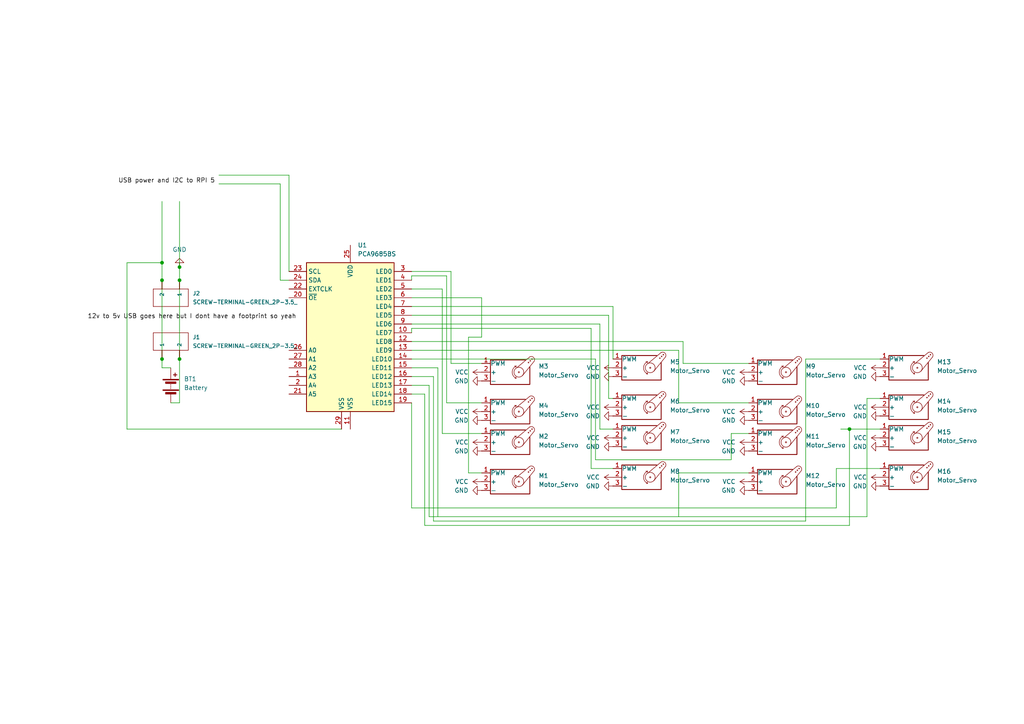
<source format=kicad_sch>
(kicad_sch (version 20250114) (generator "eeschema") (generator_version "9.0")
  (paper "A4")
  (lib_symbols
    (symbol "Device:Battery" (pin_numbers (hide yes)) (pin_names (offset 0) (hide yes))
      (property "Reference" "BT" (at 2.54 2.54 0))
      (property "Value" "Battery" (at 2.54 0 0))
      (symbol "Battery_0_1"
        (rectangle (start -2.286 1.778) (end 2.286 1.524) (fill (type outline)))
        (rectangle (start -2.286 -1.27) (end 2.286 -1.524) (fill (type outline)))
        (rectangle (start -1.524 1.016) (end 1.524 0.508) (fill (type outline)))
        (rectangle (start -1.524 -2.032) (end 1.524 -2.54) (fill (type outline)))
        (polyline (pts (xy 0 1.778) (xy 0 2.54)))
        (polyline (pts (xy 0 0) (xy 0 0.254)))
        (polyline (pts (xy 0 -0.508) (xy 0 -0.254)))
        (polyline (pts (xy 0 -1.016) (xy 0 -0.762)))
        (polyline (pts (xy 0.762 3.048) (xy 1.778 3.048)) (stroke (width 0.254)))
        (polyline (pts (xy 1.27 3.556) (xy 1.27 2.54)) (stroke (width 0.254)))
      )
      (symbol "Battery_1_1"
        (pin passive line (at 0 5.08 270) (length 2.54) (name "+") (number "1"))
        (pin passive line (at 0 -5.08 90) (length 2.54) (name "-") (number "2"))
      )
    )
    (symbol "Driver_LED:PCA9685BS"
      (property "Reference" "U" (at -12.7 22.225 0))
      (property "Value" "PCA9685BS" (at 1.27 22.225 0))
      (symbol "PCA9685BS_0_1"
        (rectangle (start -12.7 20.32) (end 12.7 -22.86) (stroke (width 0.254)) (fill (type background)))
      )
      (symbol "PCA9685BS_1_1"
        (pin input line (at -17.78 17.78 0) (length 5.08) (name "SCL") (number "23"))
        (pin bidirectional line (at -17.78 15.24 0) (length 5.08) (name "SDA") (number "24"))
        (pin input line (at -17.78 12.7 0) (length 5.08) (name "EXTCLK") (number "22"))
        (pin input line (at -17.78 10.16 0) (length 5.08) (name "~{OE}") (number "20"))
        (pin input line (at -17.78 -5.08 0) (length 5.08) (name "A0") (number "26"))
        (pin input line (at -17.78 -7.62 0) (length 5.08) (name "A1") (number "27"))
        (pin input line (at -17.78 -10.16 0) (length 5.08) (name "A2") (number "28"))
        (pin input line (at -17.78 -12.7 0) (length 5.08) (name "A3") (number "1"))
        (pin input line (at -17.78 -15.24 0) (length 5.08) (name "A4") (number "2"))
        (pin input line (at -17.78 -17.78 0) (length 5.08) (name "A5") (number "21"))
        (pin power_in line (at -2.54 -27.94 90) (length 5.08) (name "VSS") (number "29"))
        (pin power_in line (at 0 25.4 270) (length 5.08) (name "VDD") (number "25"))
        (pin power_in line (at 0 -27.94 90) (length 5.08) (name "VSS") (number "11"))
        (pin output line (at 17.78 17.78 180) (length 5.08) (name "LED0") (number "3"))
        (pin output line (at 17.78 15.24 180) (length 5.08) (name "LED1") (number "4"))
        (pin output line (at 17.78 12.7 180) (length 5.08) (name "LED2") (number "5"))
        (pin output line (at 17.78 10.16 180) (length 5.08) (name "LED3") (number "6"))
        (pin output line (at 17.78 7.62 180) (length 5.08) (name "LED4") (number "7"))
        (pin output line (at 17.78 5.08 180) (length 5.08) (name "LED5") (number "8"))
        (pin output line (at 17.78 2.54 180) (length 5.08) (name "LED6") (number "9"))
        (pin output line (at 17.78 0 180) (length 5.08) (name "LED7") (number "10"))
        (pin output line (at 17.78 -2.54 180) (length 5.08) (name "LED8") (number "12"))
        (pin output line (at 17.78 -5.08 180) (length 5.08) (name "LED9") (number "13"))
        (pin output line (at 17.78 -7.62 180) (length 5.08) (name "LED10") (number "14"))
        (pin output line (at 17.78 -10.16 180) (length 5.08) (name "LED11") (number "15"))
        (pin output line (at 17.78 -12.7 180) (length 5.08) (name "LED12") (number "16"))
        (pin output line (at 17.78 -15.24 180) (length 5.08) (name "LED13") (number "17"))
        (pin output line (at 17.78 -17.78 180) (length 5.08) (name "LED14") (number "18"))
        (pin output line (at 17.78 -20.32 180) (length 5.08) (name "LED15") (number "19"))
      )
    )
    (symbol "Motor:Motor_Servo" (pin_names (offset 0.0254))
      (property "Reference" "M" (at -5.08 4.445 0))
      (property "Value" "Motor_Servo" (at -5.08 -4.064 0))
      (symbol "Motor_Servo_0_1"
        (polyline (pts (xy 2.413 1.778) (xy 1.905 1.778)))
        (polyline (pts (xy 2.413 1.778) (xy 2.286 1.397)))
        (polyline (pts (xy 2.413 -1.778) (xy 2.032 -1.778)))
        (polyline (pts (xy 2.413 -1.778) (xy 2.286 -1.397)))
        (arc (start 2.413 -1.778) (mid 1.2406 0) (end 2.413 1.778))
        (circle (center 3.175 0) (radius 0.1778))
        (circle (center 3.175 0) (radius 1.4224))
        (polyline (pts (xy 5.08 3.556) (xy -5.08 3.556) (xy -5.08 -3.556) (xy 6.35 -3.556) (xy 6.35 1.524)) (stroke (width 0.254)))
        (circle (center 5.969 2.794) (radius 0.127))
        (polyline (pts (xy 6.35 4.445) (xy 2.54 1.27)))
        (circle (center 6.477 3.302) (radius 0.127))
        (arc (start 6.35 4.445) (mid 7.4487 4.2737) (end 7.62 3.175))
        (circle (center 6.985 3.81) (radius 0.127))
        (polyline (pts (xy 7.62 3.175) (xy 4.191 -1.016)))
      )
      (symbol "Motor_Servo_1_1"
        (pin passive line (at -7.62 2.54 0) (length 2.54) (name "PWM") (number "1"))
        (pin passive line (at -7.62 0 0) (length 2.54) (name "+") (number "2"))
        (pin passive line (at -7.62 -2.54 0) (length 2.54) (name "-") (number "3"))
      )
    )
    (symbol "OPL_Connector:SCREW-TERMINAL-GREEN_2P-3.5_" (pin_numbers (hide yes)) (pin_names (offset 1.016))
      (property "Reference" "J" (at -6.35 6.35 0))
      (property "Value" "SCREW-TERMINAL-GREEN_2P-3.5_" (at 0 6.35 0))
      (symbol "SCREW-TERMINAL-GREEN_2P-3.5__1_0"
        (polyline (pts (xy -2.54 5.08) (xy -2.54 -5.08)))
        (polyline (pts (xy -2.54 -5.08) (xy 2.54 -5.08)))
        (polyline (pts (xy 2.54 5.08) (xy -2.54 5.08)))
        (polyline (pts (xy 2.54 -5.08) (xy 2.54 5.08)))
      )
      (symbol "SCREW-TERMINAL-GREEN_2P-3.5__1_1"
        (pin bidirectional line (at -5.08 2.54 0) (length 2.54) (name "1") (number "1"))
        (pin bidirectional line (at -5.08 -2.54 0) (length 2.54) (name "2") (number "2"))
      )
    )
    (symbol "power:GND" (power) (pin_numbers (hide yes)) (pin_names (offset 0) (hide yes))
      (property "Value" "GND" (at 0 -3.81 0))
      (symbol "GND_0_1"
        (polyline (pts (xy 0 0) (xy 0 -1.27) (xy 1.27 -1.27) (xy 0 -2.54) (xy -1.27 -1.27) (xy 0 -1.27)))
      )
      (symbol "GND_1_1"
        (pin power_in line (at 0 0 270) (length 0) (name "~") (number "1"))
      )
    )
    (symbol "power:VCC" (power) (pin_numbers (hide yes)) (pin_names (offset 0) (hide yes))
      (property "Value" "VCC" (at 0 3.556 0))
      (symbol "VCC_0_1"
        (polyline (pts (xy -0.762 1.27) (xy 0 2.54)))
        (polyline (pts (xy 0 2.54) (xy 0.762 1.27)))
        (polyline (pts (xy 0 0) (xy 0 2.54)))
      )
      (symbol "VCC_1_1"
        (pin power_in line (at 0 0 90) (length 0) (name "~") (number "1"))
      )
    )
  )
  (junction (at 46.99 81.28))
  (junction (at 52.07 81.28))
  (junction (at 46.99 104.14))
  (junction (at 46.99 76.2))
  (junction (at 52.07 77.47))
  (junction (at 52.07 104.14))
  (junction (at 246.38 124.46))
  (wire (pts (xy 130.81 105.41) (xy 130.81 78.74)))
  (wire (pts (xy 49.53 116.84) (xy 52.07 116.84)))
  (wire (pts (xy 217.17 137.16) (xy 196.85 137.16)))
  (wire (pts (xy 81.28 81.28) (xy 81.28 53.34)))
  (wire (pts (xy 135.89 97.79) (xy 139.7 97.79)))
  (wire (pts (xy 255.27 135.89) (xy 242.57 135.89)))
  (wire (pts (xy 198.12 105.41) (xy 198.12 99.06)))
  (wire (pts (xy 139.7 97.79) (xy 139.7 86.36)))
  (wire (pts (xy 251.46 149.86) (xy 251.46 115.57)))
  (wire (pts (xy 251.46 115.57) (xy 255.27 115.57)))
  (wire (pts (xy 176.53 115.57) (xy 176.53 91.44)))
  (wire (pts (xy 52.07 81.28) (xy 52.07 104.14)))
  (wire (pts (xy 46.99 81.28) (xy 46.99 104.14)))
  (wire (pts (xy 173.99 124.46) (xy 177.8 124.46)))
  (wire (pts (xy 196.85 137.16) (xy 196.85 149.86)))
  (wire (pts (xy 129.54 116.84) (xy 129.54 80.01)))
  (wire (pts (xy 139.7 105.41) (xy 130.81 105.41)))
  (wire (pts (xy 83.82 78.74) (xy 83.82 50.8)))
  (wire (pts (xy 246.38 124.46) (xy 255.27 124.46)))
  (wire (pts (xy 119.38 80.01) (xy 119.38 81.28)))
  (wire (pts (xy 246.38 124.46) (xy 246.38 152.4)))
  (wire (pts (xy 233.68 151.13) (xy 125.73 151.13)))
  (wire (pts (xy 177.8 88.9) (xy 119.38 88.9)))
  (wire (pts (xy 129.54 80.01) (xy 119.38 80.01)))
  (wire (pts (xy 119.38 111.76) (xy 124.46 111.76)))
  (wire (pts (xy 196.85 101.6) (xy 119.38 101.6)))
  (wire (pts (xy 52.07 104.14) (xy 52.07 116.84)))
  (wire (pts (xy 177.8 135.89) (xy 171.45 135.89)))
  (wire (pts (xy 36.83 76.2) (xy 36.83 124.46)))
  (wire (pts (xy 52.07 58.42) (xy 52.07 77.47)))
  (wire (pts (xy 196.85 116.84) (xy 196.85 101.6)))
  (wire (pts (xy 173.99 93.98) (xy 173.99 124.46)))
  (wire (pts (xy 46.99 58.42) (xy 46.99 76.2)))
  (wire (pts (xy 212.09 133.35) (xy 212.09 125.73)))
  (wire (pts (xy 124.46 111.76) (xy 124.46 149.86)))
  (wire (pts (xy 242.57 135.89) (xy 242.57 147.32)))
  (wire (pts (xy 49.53 106.68) (xy 46.99 106.68)))
  (wire (pts (xy 139.7 116.84) (xy 129.54 116.84)))
  (wire (pts (xy 139.7 86.36) (xy 119.38 86.36)))
  (wire (pts (xy 123.19 152.4) (xy 123.19 114.3)))
  (wire (pts (xy 171.45 135.89) (xy 171.45 95.25)))
  (wire (pts (xy 139.7 125.73) (xy 128.27 125.73)))
  (wire (pts (xy 124.46 149.86) (xy 251.46 149.86)))
  (wire (pts (xy 128.27 83.82) (xy 119.38 83.82)))
  (wire (pts (xy 176.53 91.44) (xy 119.38 91.44)))
  (wire (pts (xy 119.38 95.25) (xy 119.38 96.52)))
  (wire (pts (xy 135.89 137.16) (xy 135.89 97.79)))
  (wire (pts (xy 212.09 125.73) (xy 217.17 125.73)))
  (wire (pts (xy 83.82 81.28) (xy 81.28 81.28)))
  (wire (pts (xy 172.72 133.35) (xy 212.09 133.35)))
  (wire (pts (xy 63.5 53.34) (xy 81.28 53.34)))
  (wire (pts (xy 127 149.86) (xy 127 106.68)))
  (wire (pts (xy 246.38 152.4) (xy 123.19 152.4)))
  (wire (pts (xy 217.17 105.41) (xy 198.12 105.41)))
  (wire (pts (xy 177.8 115.57) (xy 176.53 115.57)))
  (wire (pts (xy 36.83 124.46) (xy 99.06 124.46)))
  (wire (pts (xy 46.99 76.2) (xy 46.99 81.28)))
  (wire (pts (xy 63.5 50.8) (xy 83.82 50.8)))
  (wire (pts (xy 119.38 104.14) (xy 172.72 104.14)))
  (wire (pts (xy 119.38 99.06) (xy 198.12 99.06)))
  (wire (pts (xy 119.38 109.22) (xy 125.73 109.22)))
  (wire (pts (xy 46.99 76.2) (xy 36.83 76.2)))
  (wire (pts (xy 255.27 104.14) (xy 233.68 104.14)))
  (wire (pts (xy 217.17 116.84) (xy 196.85 116.84)))
  (wire (pts (xy 233.68 104.14) (xy 233.68 151.13)))
  (wire (pts (xy 171.45 95.25) (xy 119.38 95.25)))
  (wire (pts (xy 177.8 104.14) (xy 177.8 88.9)))
  (wire (pts (xy 127 106.68) (xy 119.38 106.68)))
  (wire (pts (xy 46.99 104.14) (xy 46.99 106.68)))
  (wire (pts (xy 123.19 114.3) (xy 119.38 114.3)))
  (wire (pts (xy 125.73 151.13) (xy 125.73 109.22)))
  (wire (pts (xy 128.27 125.73) (xy 128.27 83.82)))
  (wire (pts (xy 130.81 78.74) (xy 119.38 78.74)))
  (wire (pts (xy 172.72 104.14) (xy 172.72 133.35)))
  (wire (pts (xy 119.38 147.32) (xy 119.38 116.84)))
  (wire (pts (xy 52.07 77.47) (xy 52.07 81.28)))
  (wire (pts (xy 243.84 124.46) (xy 246.38 124.46)))
  (wire (pts (xy 242.57 147.32) (xy 119.38 147.32)))
  (wire (pts (xy 119.38 93.98) (xy 173.99 93.98)))
  (wire (pts (xy 139.7 137.16) (xy 135.89 137.16)))
  (label "12v to 5v USB goes here but I dont have a footprint so yeah" (at 25.4 92.71 0))
  (label "USB power and I2C to RPI 5 " (at 34.29 53.34 0))
  (symbol (lib_id "power:VCC") (at 177.8 118.11 90) (unit 1)
    (property "Reference" "#PWR011" (effects (hide yes)))
    (property "Value" "VCC" (at 173.99 118.1099 90) (effects (justify left)))
    (property "Description" "Power symbol creates a global label with name \"VCC\"" (effects (hide yes)))
  )
  (symbol (lib_id "Motor:Motor_Servo") (at 147.32 128.27 0) (unit 1)
    (property "Reference" "M2" (at 156.21 126.5668 0) (effects (justify left)))
    (property "Value" "Motor_Servo" (at 156.21 129.1068 0) (effects (justify left)))
    (property "Datasheet" "http://forums.parallax.com/uploads/attachments/46831/74481.png" (effects (hide yes)))
    (property "Description" "Servo Motor (Futaba, HiTec, JR connector)" (effects (hide yes)))
  )
  (symbol (lib_id "power:VCC") (at 177.8 106.68 90) (unit 1)
    (property "Reference" "#PWR09" (effects (hide yes)))
    (property "Value" "VCC" (at 173.99 106.6799 90) (effects (justify left)))
    (property "Description" "Power symbol creates a global label with name \"VCC\"" (effects (hide yes)))
  )
  (symbol (lib_id "power:VCC") (at 217.17 139.7 90) (unit 1)
    (property "Reference" "#PWR023" (effects (hide yes)))
    (property "Value" "VCC" (at 213.36 139.6999 90) (effects (justify left)))
    (property "Description" "Power symbol creates a global label with name \"VCC\"" (effects (hide yes)))
  )
  (symbol (lib_id "Motor:Motor_Servo") (at 224.79 139.7 0) (unit 1)
    (property "Reference" "M12" (at 233.68 137.9968 0) (effects (justify left)))
    (property "Value" "Motor_Servo" (at 233.68 140.5368 0) (effects (justify left)))
    (property "Datasheet" "http://forums.parallax.com/uploads/attachments/46831/74481.png" (effects (hide yes)))
    (property "Description" "Servo Motor (Futaba, HiTec, JR connector)" (effects (hide yes)))
  )
  (symbol (lib_id "Motor:Motor_Servo") (at 185.42 106.68 0) (unit 1)
    (property "Reference" "M5" (at 194.31 104.9768 0) (effects (justify left)))
    (property "Value" "Motor_Servo" (at 194.31 107.5168 0) (effects (justify left)))
    (property "Datasheet" "http://forums.parallax.com/uploads/attachments/46831/74481.png" (effects (hide yes)))
    (property "Description" "Servo Motor (Futaba, HiTec, JR connector)" (effects (hide yes)))
  )
  (symbol (lib_id "Motor:Motor_Servo") (at 147.32 119.38 0) (unit 1)
    (property "Reference" "M4" (at 156.21 117.6768 0) (effects (justify left)))
    (property "Value" "Motor_Servo" (at 156.21 120.2168 0) (effects (justify left)))
    (property "Datasheet" "http://forums.parallax.com/uploads/attachments/46831/74481.png" (effects (hide yes)))
    (property "Description" "Servo Motor (Futaba, HiTec, JR connector)" (effects (hide yes)))
  )
  (symbol (lib_id "Motor:Motor_Servo") (at 185.42 138.43 0) (unit 1)
    (property "Reference" "M8" (at 194.31 136.7268 0) (effects (justify left)))
    (property "Value" "Motor_Servo" (at 194.31 139.2668 0) (effects (justify left)))
    (property "Datasheet" "http://forums.parallax.com/uploads/attachments/46831/74481.png" (effects (hide yes)))
    (property "Description" "Servo Motor (Futaba, HiTec, JR connector)" (effects (hide yes)))
  )
  (symbol (lib_id "Motor:Motor_Servo") (at 262.89 138.43 0) (unit 1)
    (property "Reference" "M16" (at 271.78 136.7268 0) (effects (justify left)))
    (property "Value" "Motor_Servo" (at 271.78 139.2668 0) (effects (justify left)))
    (property "Datasheet" "http://forums.parallax.com/uploads/attachments/46831/74481.png" (effects (hide yes)))
    (property "Description" "Servo Motor (Futaba, HiTec, JR connector)" (effects (hide yes)))
  )
  (symbol (lib_id "power:VCC") (at 139.7 119.38 90) (unit 1)
    (property "Reference" "#PWR07" (effects (hide yes)))
    (property "Value" "VCC" (at 135.89 119.3799 90) (effects (justify left)))
    (property "Description" "Power symbol creates a global label with name \"VCC\"" (effects (hide yes)))
  )
  (symbol (lib_id "Motor:Motor_Servo") (at 262.89 106.68 0) (unit 1)
    (property "Reference" "M13" (at 271.78 104.9768 0) (effects (justify left)))
    (property "Value" "Motor_Servo" (at 271.78 107.5168 0) (effects (justify left)))
    (property "Datasheet" "http://forums.parallax.com/uploads/attachments/46831/74481.png" (effects (hide yes)))
    (property "Description" "Servo Motor (Futaba, HiTec, JR connector)" (effects (hide yes)))
  )
  (symbol (lib_id "power:VCC") (at 217.17 128.27 90) (unit 1)
    (property "Reference" "#PWR021" (effects (hide yes)))
    (property "Value" "VCC" (at 213.36 128.2699 90) (effects (justify left)))
    (property "Description" "Power symbol creates a global label with name \"VCC\"" (effects (hide yes)))
  )
  (symbol (lib_id "Motor:Motor_Servo") (at 147.32 107.95 0) (unit 1)
    (property "Reference" "M3" (at 156.21 106.2468 0) (effects (justify left)))
    (property "Value" "Motor_Servo" (at 156.21 108.7868 0) (effects (justify left)))
    (property "Datasheet" "http://forums.parallax.com/uploads/attachments/46831/74481.png" (effects (hide yes)))
    (property "Description" "Servo Motor (Futaba, HiTec, JR connector)" (effects (hide yes)))
  )
  (symbol (lib_id "power:VCC") (at 177.8 127 90) (unit 1)
    (property "Reference" "#PWR013" (effects (hide yes)))
    (property "Value" "VCC" (at 173.99 126.9999 90) (effects (justify left)))
    (property "Description" "Power symbol creates a global label with name \"VCC\"" (effects (hide yes)))
  )
  (symbol (lib_id "power:GND") (at 217.17 121.92 270) (unit 1)
    (property "Reference" "#PWR020" (effects (hide yes)))
    (property "Value" "GND" (at 213.36 121.9199 90) (effects (justify right)))
    (property "Description" "Power symbol creates a global label with name \"GND\" , ground" (effects (hide yes)))
  )
  (symbol (lib_id "power:GND") (at 52.07 77.47 180) (unit 1)
    (property "Reference" "#PWR033" (effects (hide yes)))
    (property "Value" "GND" (at 52.07 72.39 0))
    (property "Description" "Power symbol creates a global label with name \"GND\" , ground" (effects (hide yes)))
  )
  (symbol (lib_id "power:VCC") (at 255.27 118.11 90) (unit 1)
    (property "Reference" "#PWR027" (effects (hide yes)))
    (property "Value" "VCC" (at 251.46 118.1099 90) (effects (justify left)))
    (property "Description" "Power symbol creates a global label with name \"VCC\"" (effects (hide yes)))
  )
  (symbol (lib_id "Motor:Motor_Servo") (at 224.79 119.38 0) (unit 1)
    (property "Reference" "M10" (at 233.68 117.6768 0) (effects (justify left)))
    (property "Value" "Motor_Servo" (at 233.68 120.2168 0) (effects (justify left)))
    (property "Datasheet" "http://forums.parallax.com/uploads/attachments/46831/74481.png" (effects (hide yes)))
    (property "Description" "Servo Motor (Futaba, HiTec, JR connector)" (effects (hide yes)))
  )
  (symbol (lib_id "power:VCC") (at 177.8 138.43 90) (unit 1)
    (property "Reference" "#PWR015" (effects (hide yes)))
    (property "Value" "VCC" (at 173.99 138.4299 90) (effects (justify left)))
    (property "Description" "Power symbol creates a global label with name \"VCC\"" (effects (hide yes)))
  )
  (symbol (lib_id "Motor:Motor_Servo") (at 262.89 127 0) (unit 1)
    (property "Reference" "M15" (at 271.78 125.2968 0) (effects (justify left)))
    (property "Value" "Motor_Servo" (at 271.78 127.8368 0) (effects (justify left)))
    (property "Datasheet" "http://forums.parallax.com/uploads/attachments/46831/74481.png" (effects (hide yes)))
    (property "Description" "Servo Motor (Futaba, HiTec, JR connector)" (effects (hide yes)))
  )
  (symbol (lib_id "OPL_Connector:SCREW-TERMINAL-GREEN_2P-3.5_") (at 49.53 86.36 270) (unit 1)
    (property "Reference" "J2" (at 55.88 85.09 90) (effects (font (size 1.143 1.143)) (justify left)))
    (property "Value" "SCREW-TERMINAL-GREEN_2P-3.5_" (at 55.88 87.63 90) (effects (font (size 1.143 1.143)) (justify left)))
    (property "SKU" "320110028" (effects (hide yes)))
  )
  (symbol (lib_id "power:VCC") (at 255.27 127 90) (unit 1)
    (property "Reference" "#PWR029" (effects (hide yes)))
    (property "Value" "VCC" (at 251.46 126.9999 90) (effects (justify left)))
    (property "Description" "Power symbol creates a global label with name \"VCC\"" (effects (hide yes)))
  )
  (symbol (lib_id "power:GND") (at 255.27 120.65 270) (unit 1)
    (property "Reference" "#PWR028" (effects (hide yes)))
    (property "Value" "GND" (at 251.46 120.6499 90) (effects (justify right)))
    (property "Description" "Power symbol creates a global label with name \"GND\" , ground" (effects (hide yes)))
  )
  (symbol (lib_id "power:GND") (at 217.17 130.81 270) (unit 1)
    (property "Reference" "#PWR022" (effects (hide yes)))
    (property "Value" "GND" (at 213.36 130.8099 90) (effects (justify right)))
    (property "Description" "Power symbol creates a global label with name \"GND\" , ground" (effects (hide yes)))
  )
  (symbol (lib_id "Motor:Motor_Servo") (at 185.42 127 0) (unit 1)
    (property "Reference" "M7" (at 194.31 125.2968 0) (effects (justify left)))
    (property "Value" "Motor_Servo" (at 194.31 127.8368 0) (effects (justify left)))
    (property "Datasheet" "http://forums.parallax.com/uploads/attachments/46831/74481.png" (effects (hide yes)))
    (property "Description" "Servo Motor (Futaba, HiTec, JR connector)" (effects (hide yes)))
  )
  (symbol (lib_id "power:VCC") (at 139.7 107.95 90) (unit 1)
    (property "Reference" "#PWR05" (effects (hide yes)))
    (property "Value" "VCC" (at 135.89 107.9499 90) (effects (justify left)))
    (property "Description" "Power symbol creates a global label with name \"VCC\"" (effects (hide yes)))
  )
  (symbol (lib_id "power:GND") (at 255.27 129.54 270) (unit 1)
    (property "Reference" "#PWR030" (effects (hide yes)))
    (property "Value" "GND" (at 251.46 129.5399 90) (effects (justify right)))
    (property "Description" "Power symbol creates a global label with name \"GND\" , ground" (effects (hide yes)))
  )
  (symbol (lib_id "power:GND") (at 139.7 110.49 270) (unit 1)
    (property "Reference" "#PWR06" (effects (hide yes)))
    (property "Value" "GND" (at 135.89 110.4899 90) (effects (justify right)))
    (property "Description" "Power symbol creates a global label with name \"GND\" , ground" (effects (hide yes)))
  )
  (symbol (lib_id "power:VCC") (at 139.7 128.27 90) (unit 1)
    (property "Reference" "#PWR03" (effects (hide yes)))
    (property "Value" "VCC" (at 135.89 128.2699 90) (effects (justify left)))
    (property "Description" "Power symbol creates a global label with name \"VCC\"" (effects (hide yes)))
  )
  (symbol (lib_id "Motor:Motor_Servo") (at 224.79 128.27 0) (unit 1)
    (property "Reference" "M11" (at 233.68 126.5668 0) (effects (justify left)))
    (property "Value" "Motor_Servo" (at 233.68 129.1068 0) (effects (justify left)))
    (property "Datasheet" "http://forums.parallax.com/uploads/attachments/46831/74481.png" (effects (hide yes)))
    (property "Description" "Servo Motor (Futaba, HiTec, JR connector)" (effects (hide yes)))
  )
  (symbol (lib_id "power:VCC") (at 255.27 138.43 90) (unit 1)
    (property "Reference" "#PWR031" (effects (hide yes)))
    (property "Value" "VCC" (at 251.46 138.4299 90) (effects (justify left)))
    (property "Description" "Power symbol creates a global label with name \"VCC\"" (effects (hide yes)))
  )
  (symbol (lib_id "Driver_LED:PCA9685BS") (at 101.6 96.52 0) (unit 1)
    (property "Reference" "U1" (at 103.7433 71.12 0) (effects (justify left)))
    (property "Value" "PCA9685BS" (at 103.7433 73.66 0) (effects (justify left)))
    (property "Footprint" "Package_DFN_QFN:QFN-28-1EP_6x6mm_P0.65mm_EP4.25x4.25mm" (effects (hide yes)))
    (property "Datasheet" "http://www.nxp.com/docs/en/data-sheet/PCA9685.pdf" (effects (hide yes)))
    (property "Description" "16-channel 12-bit PWM Fm+ I2C-bus LED controller RGBA QFN" (effects (hide yes)))
  )
  (symbol (lib_id "power:GND") (at 217.17 142.24 270) (unit 1)
    (property "Reference" "#PWR024" (effects (hide yes)))
    (property "Value" "GND" (at 213.36 142.2399 90) (effects (justify right)))
    (property "Description" "Power symbol creates a global label with name \"GND\" , ground" (effects (hide yes)))
  )
  (symbol (lib_id "power:GND") (at 217.17 110.49 270) (unit 1)
    (property "Reference" "#PWR018" (effects (hide yes)))
    (property "Value" "GND" (at 213.36 110.4899 90) (effects (justify right)))
    (property "Description" "Power symbol creates a global label with name \"GND\" , ground" (effects (hide yes)))
  )
  (symbol (lib_id "Device:Battery") (at 49.53 111.76 0) (unit 1)
    (property "Reference" "BT1" (at 53.34 109.9184 0) (effects (justify left)))
    (property "Value" "Battery" (at 53.34 112.4584 0) (effects (justify left)))
    (property "Description" "Multiple-cell battery" (effects (hide yes)))
  )
  (symbol (lib_id "power:GND") (at 177.8 140.97 270) (unit 1)
    (property "Reference" "#PWR016" (effects (hide yes)))
    (property "Value" "GND" (at 173.99 140.9699 90) (effects (justify right)))
    (property "Description" "Power symbol creates a global label with name \"GND\" , ground" (effects (hide yes)))
  )
  (symbol (lib_id "Motor:Motor_Servo") (at 224.79 107.95 0) (unit 1)
    (property "Reference" "M9" (at 233.68 106.2468 0) (effects (justify left)))
    (property "Value" "Motor_Servo" (at 233.68 108.7868 0) (effects (justify left)))
    (property "Datasheet" "http://forums.parallax.com/uploads/attachments/46831/74481.png" (effects (hide yes)))
    (property "Description" "Servo Motor (Futaba, HiTec, JR connector)" (effects (hide yes)))
  )
  (symbol (lib_id "power:GND") (at 139.7 142.24 270) (unit 1)
    (property "Reference" "#PWR01" (effects (hide yes)))
    (property "Value" "GND" (at 135.89 142.2399 90) (effects (justify right)))
    (property "Description" "Power symbol creates a global label with name \"GND\" , ground" (effects (hide yes)))
  )
  (symbol (lib_id "power:VCC") (at 217.17 107.95 90) (unit 1)
    (property "Reference" "#PWR017" (effects (hide yes)))
    (property "Value" "VCC" (at 213.36 107.9499 90) (effects (justify left)))
    (property "Description" "Power symbol creates a global label with name \"VCC\"" (effects (hide yes)))
  )
  (symbol (lib_id "power:GND") (at 255.27 140.97 270) (unit 1)
    (property "Reference" "#PWR032" (effects (hide yes)))
    (property "Value" "GND" (at 251.46 140.9699 90) (effects (justify right)))
    (property "Description" "Power symbol creates a global label with name \"GND\" , ground" (effects (hide yes)))
  )
  (symbol (lib_id "power:GND") (at 177.8 109.22 270) (unit 1)
    (property "Reference" "#PWR010" (effects (hide yes)))
    (property "Value" "GND" (at 173.99 109.2199 90) (effects (justify right)))
    (property "Description" "Power symbol creates a global label with name \"GND\" , ground" (effects (hide yes)))
  )
  (symbol (lib_id "Motor:Motor_Servo") (at 147.32 139.7 0) (unit 1)
    (property "Reference" "M1" (at 156.21 137.9968 0) (effects (justify left)))
    (property "Value" "Motor_Servo" (at 156.21 140.5368 0) (effects (justify left)))
    (property "Datasheet" "http://forums.parallax.com/uploads/attachments/46831/74481.png" (effects (hide yes)))
    (property "Description" "Servo Motor (Futaba, HiTec, JR connector)" (effects (hide yes)))
  )
  (symbol (lib_id "power:VCC") (at 217.17 119.38 90) (unit 1)
    (property "Reference" "#PWR019" (effects (hide yes)))
    (property "Value" "VCC" (at 213.36 119.3799 90) (effects (justify left)))
    (property "Description" "Power symbol creates a global label with name \"VCC\"" (effects (hide yes)))
  )
  (symbol (lib_id "power:GND") (at 177.8 120.65 270) (unit 1)
    (property "Reference" "#PWR012" (effects (hide yes)))
    (property "Value" "GND" (at 173.99 120.6499 90) (effects (justify right)))
    (property "Description" "Power symbol creates a global label with name \"GND\" , ground" (effects (hide yes)))
  )
  (symbol (lib_id "power:GND") (at 139.7 121.92 270) (unit 1)
    (property "Reference" "#PWR08" (effects (hide yes)))
    (property "Value" "GND" (at 135.89 121.9199 90) (effects (justify right)))
    (property "Description" "Power symbol creates a global label with name \"GND\" , ground" (effects (hide yes)))
  )
  (symbol (lib_id "power:GND") (at 139.7 130.81 270) (unit 1)
    (property "Reference" "#PWR04" (effects (hide yes)))
    (property "Value" "GND" (at 135.89 130.8099 90) (effects (justify right)))
    (property "Description" "Power symbol creates a global label with name \"GND\" , ground" (effects (hide yes)))
  )
  (symbol (lib_id "power:GND") (at 255.27 109.22 270) (unit 1)
    (property "Reference" "#PWR026" (effects (hide yes)))
    (property "Value" "GND" (at 251.46 109.2199 90) (effects (justify right)))
    (property "Description" "Power symbol creates a global label with name \"GND\" , ground" (effects (hide yes)))
  )
  (symbol (lib_id "Motor:Motor_Servo") (at 185.42 118.11 0) (unit 1)
    (property "Reference" "M6" (at 194.31 116.4068 0) (effects (justify left)))
    (property "Value" "Motor_Servo" (at 194.31 118.9468 0) (effects (justify left)))
    (property "Datasheet" "http://forums.parallax.com/uploads/attachments/46831/74481.png" (effects (hide yes)))
    (property "Description" "Servo Motor (Futaba, HiTec, JR connector)" (effects (hide yes)))
  )
  (symbol (lib_id "power:VCC") (at 255.27 106.68 90) (unit 1)
    (property "Reference" "#PWR025" (effects (hide yes)))
    (property "Value" "VCC" (at 251.46 106.6799 90) (effects (justify left)))
    (property "Description" "Power symbol creates a global label with name \"VCC\"" (effects (hide yes)))
  )
  (symbol (lib_id "power:VCC") (at 139.7 139.7 90) (unit 1)
    (property "Reference" "#PWR02" (effects (hide yes)))
    (property "Value" "VCC" (at 135.89 139.6999 90) (effects (justify left)))
    (property "Description" "Power symbol creates a global label with name \"VCC\"" (effects (hide yes)))
  )
  (symbol (lib_id "power:GND") (at 177.8 129.54 270) (unit 1)
    (property "Reference" "#PWR014" (effects (hide yes)))
    (property "Value" "GND" (at 173.99 129.5399 90) (effects (justify right)))
    (property "Description" "Power symbol creates a global label with name \"GND\" , ground" (effects (hide yes)))
  )
  (symbol (lib_id "Motor:Motor_Servo") (at 262.89 118.11 0) (unit 1)
    (property "Reference" "M14" (at 271.78 116.4068 0) (effects (justify left)))
    (property "Value" "Motor_Servo" (at 271.78 118.9468 0) (effects (justify left)))
    (property "Datasheet" "http://forums.parallax.com/uploads/attachments/46831/74481.png" (effects (hide yes)))
    (property "Description" "Servo Motor (Futaba, HiTec, JR connector)" (effects (hide yes)))
  )
  (symbol (lib_id "OPL_Connector:SCREW-TERMINAL-GREEN_2P-3.5_") (at 49.53 99.06 90) (unit 1)
    (property "Reference" "J1" (at 55.88 97.79 90) (effects (font (size 1.143 1.143)) (justify right)))
    (property "Value" "SCREW-TERMINAL-GREEN_2P-3.5_" (at 55.88 100.33 90) (effects (font (size 1.143 1.143)) (justify right)))
    (property "SKU" "320110028" (effects (hide yes)))
  )
)
</source>
